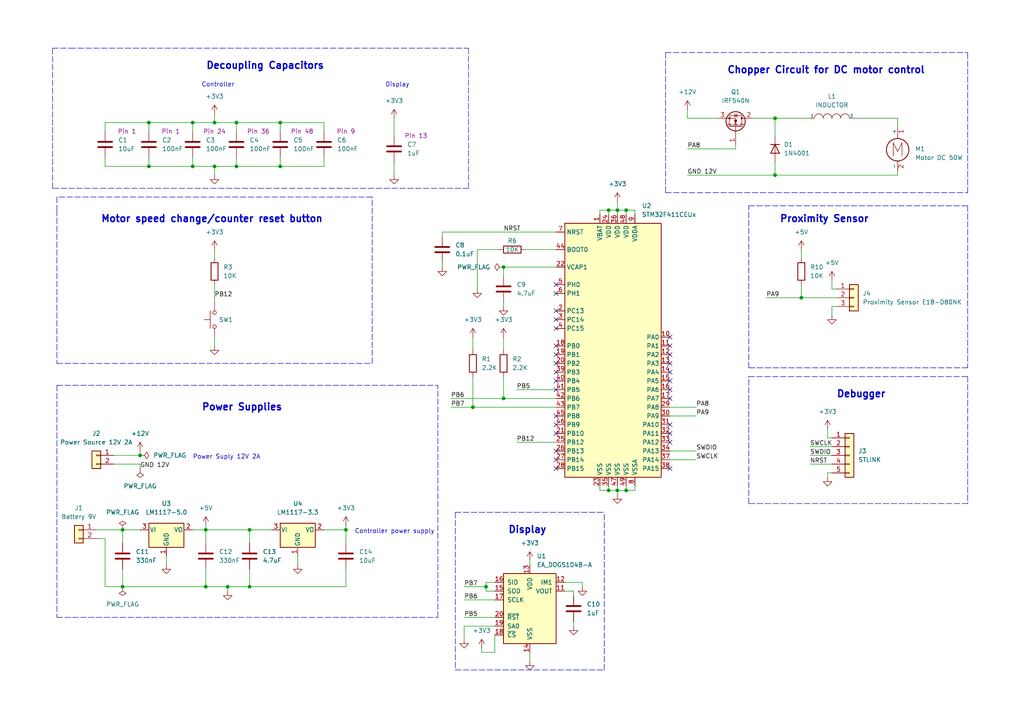
<source format=kicad_sch>
(kicad_sch (version 20211123) (generator eeschema)
  (paper "A4")
  (title_block (title "Ball Launcher for Pets") (date "2023-01-22") (comment 1 "Lucas Resende Carneiro - 11811ECP009") (comment 2 "Gabriel Cardoso Mendes de Ataide - 11811ECP008"))
  (lib_symbols
    (symbol "Connector_Generic:Conn_01x02" (pin_names (offset 1.016) hide)
      (property "Reference" "J" (at 0 2.54 0))
      (property "Value" "Conn_01x02" (at 0 -5.08 0))
      (symbol "Conn_01x02_1_1"
        (rectangle (start -1.27 -2.413) (end 0 -2.667) (stroke (width 0.1524)))
        (rectangle (start -1.27 0.127) (end 0 -0.127) (stroke (width 0.1524)))
        (rectangle (start -1.27 1.27) (end 1.27 -3.81) (stroke (width 0.254)) (fill (type background)))
        (pin passive line (at -5.08 0 0) (length 3.81) (name "Pin_1") (number "1"))
        (pin passive line (at -5.08 -2.54 0) (length 3.81) (name "Pin_2") (number "2"))
      )
    )
    (symbol "Connector_Generic:Conn_01x03" (pin_names (offset 1.016) hide)
      (property "Reference" "J" (at 0 5.08 0))
      (property "Value" "Conn_01x03" (at 0 -5.08 0))
      (symbol "Conn_01x03_1_1"
        (rectangle (start -1.27 -2.413) (end 0 -2.667) (stroke (width 0.1524)))
        (rectangle (start -1.27 0.127) (end 0 -0.127) (stroke (width 0.1524)))
        (rectangle (start -1.27 2.667) (end 0 2.413) (stroke (width 0.1524)))
        (rectangle (start -1.27 3.81) (end 1.27 -3.81) (stroke (width 0.254)) (fill (type background)))
        (pin passive line (at -5.08 2.54 0) (length 3.81) (name "Pin_1") (number "1"))
        (pin passive line (at -5.08 0 0) (length 3.81) (name "Pin_2") (number "2"))
        (pin passive line (at -5.08 -2.54 0) (length 3.81) (name "Pin_3") (number "3"))
      )
    )
    (symbol "Connector_Generic:Conn_01x05" (pin_names (offset 1.016) hide)
      (property "Reference" "J" (at 0 7.62 0))
      (property "Value" "Conn_01x05" (at 0 -7.62 0))
      (symbol "Conn_01x05_1_1"
        (rectangle (start -1.27 -4.953) (end 0 -5.207) (stroke (width 0.1524)))
        (rectangle (start -1.27 -2.413) (end 0 -2.667) (stroke (width 0.1524)))
        (rectangle (start -1.27 0.127) (end 0 -0.127) (stroke (width 0.1524)))
        (rectangle (start -1.27 2.667) (end 0 2.413) (stroke (width 0.1524)))
        (rectangle (start -1.27 5.207) (end 0 4.953) (stroke (width 0.1524)))
        (rectangle (start -1.27 6.35) (end 1.27 -6.35) (stroke (width 0.254)) (fill (type background)))
        (pin passive line (at -5.08 5.08 0) (length 3.81) (name "Pin_1") (number "1"))
        (pin passive line (at -5.08 2.54 0) (length 3.81) (name "Pin_2") (number "2"))
        (pin passive line (at -5.08 0 0) (length 3.81) (name "Pin_3") (number "3"))
        (pin passive line (at -5.08 -2.54 0) (length 3.81) (name "Pin_4") (number "4"))
        (pin passive line (at -5.08 -5.08 0) (length 3.81) (name "Pin_5") (number "5"))
      )
    )
    (symbol "Device:C" (pin_numbers hide) (pin_names (offset 0.254))
      (property "Reference" "C" (at 0.635 2.54 0))
      (property "Value" "C" (at 0.635 -2.54 0))
      (symbol "C_0_1"
        (polyline (pts (xy -2.032 -0.762) (xy 2.032 -0.762)) (stroke (width 0.508)))
        (polyline (pts (xy -2.032 0.762) (xy 2.032 0.762)) (stroke (width 0.508)))
      )
      (symbol "C_1_1"
        (pin passive line (at 0 3.81 270) (length 2.794) (name "~") (number "1"))
        (pin passive line (at 0 -3.81 90) (length 2.794) (name "~") (number "2"))
      )
    )
    (symbol "Device:R" (pin_numbers hide) (pin_names (offset 0))
      (property "Reference" "R" (at 2.032 0 90))
      (property "Value" "R" (at 0 0 90))
      (symbol "R_0_1"
        (rectangle (start -1.016 -2.54) (end 1.016 2.54) (stroke (width 0.254)))
      )
      (symbol "R_1_1"
        (pin passive line (at 0 3.81 270) (length 1.27) (name "~") (number "1"))
        (pin passive line (at 0 -3.81 90) (length 1.27) (name "~") (number "2"))
      )
    )
    (symbol "Diode:1N4001" (pin_numbers hide) (pin_names hide)
      (property "Reference" "D" (at 0 2.54 0))
      (property "Value" "1N4001" (at 0 -2.54 0))
      (symbol "1N4001_0_1"
        (polyline (pts (xy -1.27 1.27) (xy -1.27 -1.27)) (stroke (width 0.254)))
        (polyline (pts (xy 1.27 0) (xy -1.27 0)))
        (polyline (pts (xy 1.27 1.27) (xy 1.27 -1.27) (xy -1.27 0) (xy 1.27 1.27)) (stroke (width 0.254)))
      )
      (symbol "1N4001_1_1"
        (pin passive line (at -3.81 0 0) (length 2.54) (name "K") (number "1"))
        (pin passive line (at 3.81 0 180) (length 2.54) (name "A") (number "2"))
      )
    )
    (symbol "Display_Graphic:EA_DOGS104B-A" (pin_names (offset 1.016))
      (property "Reference" "U" (at -5.842 11.684 0))
      (property "Value" "EA_DOGS104B-A" (at 1.524 11.684 0))
      (symbol "EA_DOGS104B-A_0_1"
        (rectangle (start -7.62 10.16) (end 7.62 -10.16) (stroke (width 0.254)) (fill (type background)))
      )
      (symbol "EA_DOGS104B-A_1_1"
        (pin no_connect line (at 7.62 0 180) (length 2.54) hide (name "NC") (number "1"))
        (pin no_connect line (at 7.62 -7.62 180) (length 2.54) hide (name "NC") (number "10"))
        (pin output line (at 10.16 5.08 180) (length 2.54) (name "VOUT") (number "11"))
        (pin input line (at 10.16 7.62 180) (length 2.54) (name "IM1") (number "12"))
        (pin power_in line (at 0 12.7 270) (length 2.54) (name "VDD") (number "13"))
        (pin power_in line (at 0 -12.7 90) (length 2.54) (name "VSS") (number "14"))
        (pin output line (at -10.16 5.08 0) (length 2.54) (name "SOD") (number "15"))
        (pin input line (at -10.16 7.62 0) (length 2.54) (name "SID") (number "16"))
        (pin input line (at -10.16 2.54 0) (length 2.54) (name "SCLK") (number "17"))
        (pin input line (at -10.16 -7.62 0) (length 2.54) (name "~{CS}") (number "18"))
        (pin input line (at -10.16 -5.08 0) (length 2.54) (name "SA0") (number "19"))
        (pin no_connect line (at 7.62 -2.54 180) (length 2.54) hide (name "NC") (number "2"))
        (pin input line (at -10.16 -2.54 0) (length 2.54) (name "~{RST}") (number "20"))
        (pin no_connect line (at 7.62 -5.08 180) (length 2.54) hide (name "NC") (number "9"))
      )
    )
    (symbol "MCU_ST_STM32F4:STM32F411CEUx"
      (property "Reference" "U" (at -15.24 36.83 0))
      (property "Value" "STM32F411CEUx" (at 7.62 36.83 0))
      (symbol "STM32F411CEUx_0_1"
        (rectangle (start -15.24 -38.1) (end 12.7 35.56) (stroke (width 0.254)) (fill (type background)))
      )
      (symbol "STM32F411CEUx_1_1"
        (pin power_in line (at -5.08 38.1 270) (length 2.54) (name "VBAT") (number "1"))
        (pin bidirectional line (at 15.24 2.54 180) (length 2.54) (name "PA0") (number "10"))
        (pin bidirectional line (at 15.24 0 180) (length 2.54) (name "PA1") (number "11"))
        (pin bidirectional line (at 15.24 -2.54 180) (length 2.54) (name "PA2") (number "12"))
        (pin bidirectional line (at 15.24 -5.08 180) (length 2.54) (name "PA3") (number "13"))
        (pin bidirectional line (at 15.24 -7.62 180) (length 2.54) (name "PA4") (number "14"))
        (pin bidirectional line (at 15.24 -10.16 180) (length 2.54) (name "PA5") (number "15"))
        (pin bidirectional line (at 15.24 -12.7 180) (length 2.54) (name "PA6") (number "16"))
        (pin bidirectional line (at 15.24 -15.24 180) (length 2.54) (name "PA7") (number "17"))
        (pin bidirectional line (at -17.78 0 0) (length 2.54) (name "PB0") (number "18"))
        (pin bidirectional line (at -17.78 -2.54 0) (length 2.54) (name "PB1") (number "19"))
        (pin bidirectional line (at -17.78 10.16 0) (length 2.54) (name "PC13") (number "2"))
        (pin bidirectional line (at -17.78 -5.08 0) (length 2.54) (name "PB2") (number "20"))
        (pin bidirectional line (at -17.78 -25.4 0) (length 2.54) (name "PB10") (number "21"))
        (pin power_in line (at -17.78 22.86 0) (length 2.54) (name "VCAP1") (number "22"))
        (pin power_in line (at -5.08 -40.64 90) (length 2.54) (name "VSS") (number "23"))
        (pin power_in line (at -2.54 38.1 270) (length 2.54) (name "VDD") (number "24"))
        (pin bidirectional line (at -17.78 -27.94 0) (length 2.54) (name "PB12") (number "25"))
        (pin bidirectional line (at -17.78 -30.48 0) (length 2.54) (name "PB13") (number "26"))
        (pin bidirectional line (at -17.78 -33.02 0) (length 2.54) (name "PB14") (number "27"))
        (pin bidirectional line (at -17.78 -35.56 0) (length 2.54) (name "PB15") (number "28"))
        (pin bidirectional line (at 15.24 -17.78 180) (length 2.54) (name "PA8") (number "29"))
        (pin bidirectional line (at -17.78 7.62 0) (length 2.54) (name "PC14") (number "3"))
        (pin bidirectional line (at 15.24 -20.32 180) (length 2.54) (name "PA9") (number "30"))
        (pin bidirectional line (at 15.24 -22.86 180) (length 2.54) (name "PA10") (number "31"))
        (pin bidirectional line (at 15.24 -25.4 180) (length 2.54) (name "PA11") (number "32"))
        (pin bidirectional line (at 15.24 -27.94 180) (length 2.54) (name "PA12") (number "33"))
        (pin bidirectional line (at 15.24 -30.48 180) (length 2.54) (name "PA13") (number "34"))
        (pin power_in line (at -2.54 -40.64 90) (length 2.54) (name "VSS") (number "35"))
        (pin power_in line (at 0 38.1 270) (length 2.54) (name "VDD") (number "36"))
        (pin bidirectional line (at 15.24 -33.02 180) (length 2.54) (name "PA14") (number "37"))
        (pin bidirectional line (at 15.24 -35.56 180) (length 2.54) (name "PA15") (number "38"))
        (pin bidirectional line (at -17.78 -7.62 0) (length 2.54) (name "PB3") (number "39"))
        (pin bidirectional line (at -17.78 5.08 0) (length 2.54) (name "PC15") (number "4"))
        (pin bidirectional line (at -17.78 -10.16 0) (length 2.54) (name "PB4") (number "40"))
        (pin bidirectional line (at -17.78 -12.7 0) (length 2.54) (name "PB5") (number "41"))
        (pin bidirectional line (at -17.78 -15.24 0) (length 2.54) (name "PB6") (number "42"))
        (pin bidirectional line (at -17.78 -17.78 0) (length 2.54) (name "PB7") (number "43"))
        (pin input line (at -17.78 27.94 0) (length 2.54) (name "BOOT0") (number "44"))
        (pin bidirectional line (at -17.78 -20.32 0) (length 2.54) (name "PB8") (number "45"))
        (pin bidirectional line (at -17.78 -22.86 0) (length 2.54) (name "PB9") (number "46"))
        (pin power_in line (at 0 -40.64 90) (length 2.54) (name "VSS") (number "47"))
        (pin power_in line (at 2.54 38.1 270) (length 2.54) (name "VDD") (number "48"))
        (pin power_in line (at 2.54 -40.64 90) (length 2.54) (name "VSS") (number "49"))
        (pin input line (at -17.78 17.78 0) (length 2.54) (name "PH0") (number "5"))
        (pin input line (at -17.78 15.24 0) (length 2.54) (name "PH1") (number "6"))
        (pin input line (at -17.78 33.02 0) (length 2.54) (name "NRST") (number "7"))
        (pin power_in line (at 5.08 -40.64 90) (length 2.54) (name "VSSA") (number "8"))
        (pin power_in line (at 5.08 38.1 270) (length 2.54) (name "VDDA") (number "9"))
      )
    )
    (symbol "Motor:Motor_DC" (pin_names (offset 0))
      (property "Reference" "M" (at 2.54 2.54 0))
      (property "Value" "Motor_DC" (at 2.54 -5.08 0))
      (symbol "Motor_DC_0_0"
        (polyline (pts (xy -1.27 -3.302) (xy -1.27 0.508) (xy 0 -2.032) (xy 1.27 0.508) (xy 1.27 -3.302)))
      )
      (symbol "Motor_DC_0_1"
        (circle (center 0 -1.524) (radius 3.2512) (stroke (width 0.254)))
        (polyline (pts (xy 0 -7.62) (xy 0 -7.112)))
        (polyline (pts (xy 0 -4.7752) (xy 0 -5.1816)))
        (polyline (pts (xy 0 1.7272) (xy 0 2.0828)))
        (polyline (pts (xy 0 2.032) (xy 0 2.54)))
      )
      (symbol "Motor_DC_1_1"
        (pin passive line (at 0 5.08 270) (length 2.54) (name "+") (number "1"))
        (pin passive line (at 0 -7.62 90) (length 2.54) (name "-") (number "2"))
      )
    )
    (symbol "Regulator_Linear:LM1117-3.3" (pin_names (offset 0.254))
      (property "Reference" "U" (at -3.81 3.175 0))
      (property "Value" "LM1117-3.3" (at 0 3.175 0))
      (symbol "LM1117-3.3_0_1"
        (rectangle (start -5.08 -5.08) (end 5.08 1.905) (stroke (width 0.254)) (fill (type background)))
      )
      (symbol "LM1117-3.3_1_1"
        (pin power_in line (at 0 -7.62 90) (length 2.54) (name "GND") (number "1"))
        (pin power_out line (at 7.62 0 180) (length 2.54) (name "VO") (number "2"))
        (pin power_in line (at -7.62 0 0) (length 2.54) (name "VI") (number "3"))
      )
    )
    (symbol "Regulator_Linear:LM1117-5.0" (pin_names (offset 0.254))
      (property "Reference" "U" (at -3.81 3.175 0))
      (property "Value" "LM1117-5.0" (at 0 3.175 0))
      (symbol "LM1117-5.0_0_1"
        (rectangle (start -5.08 -5.08) (end 5.08 1.905) (stroke (width 0.254)) (fill (type background)))
      )
      (symbol "LM1117-5.0_1_1"
        (pin power_in line (at 0 -7.62 90) (length 2.54) (name "GND") (number "1"))
        (pin power_out line (at 7.62 0 180) (length 2.54) (name "VO") (number "2"))
        (pin power_in line (at -7.62 0 0) (length 2.54) (name "VI") (number "3"))
      )
    )
    (symbol "Switch:SW_Push" (pin_numbers hide) (pin_names (offset 1.016) hide)
      (property "Reference" "SW" (at 1.27 2.54 0))
      (property "Value" "SW_Push" (at 0 -1.524 0))
      (symbol "SW_Push_0_1"
        (circle (center -2.032 0) (radius 0.508))
        (polyline (pts (xy 0 1.27) (xy 0 3.048)))
        (polyline (pts (xy 2.54 1.27) (xy -2.54 1.27)))
        (circle (center 2.032 0) (radius 0.508))
        (pin passive line (at -5.08 0 0) (length 2.54) (name "1") (number "1"))
        (pin passive line (at 5.08 0 180) (length 2.54) (name "2") (number "2"))
      )
    )
    (symbol "Transistor_FET:IRF540N" (pin_names hide)
      (property "Reference" "Q" (at 6.35 1.905 0))
      (property "Value" "IRF540N" (at 6.35 0 0))
      (symbol "IRF540N_0_1"
        (polyline (pts (xy 0.254 0) (xy -2.54 0)))
        (polyline (pts (xy 0.254 1.905) (xy 0.254 -1.905)) (stroke (width 0.254)))
        (polyline (pts (xy 0.762 -1.27) (xy 0.762 -2.286)) (stroke (width 0.254)))
        (polyline (pts (xy 0.762 0.508) (xy 0.762 -0.508)) (stroke (width 0.254)))
        (polyline (pts (xy 0.762 2.286) (xy 0.762 1.27)) (stroke (width 0.254)))
        (polyline (pts (xy 2.54 2.54) (xy 2.54 1.778)))
        (polyline (pts (xy 2.54 -2.54) (xy 2.54 0) (xy 0.762 0)))
        (polyline (pts (xy 0.762 -1.778) (xy 3.302 -1.778) (xy 3.302 1.778) (xy 0.762 1.778)))
        (polyline (pts (xy 1.016 0) (xy 2.032 0.381) (xy 2.032 -0.381) (xy 1.016 0)) (fill (type outline)))
        (polyline (pts (xy 2.794 0.508) (xy 2.921 0.381) (xy 3.683 0.381) (xy 3.81 0.254)))
        (polyline (pts (xy 3.302 0.381) (xy 2.921 -0.254) (xy 3.683 -0.254) (xy 3.302 0.381)))
        (circle (center 1.651 0) (radius 2.794) (stroke (width 0.254)))
        (circle (center 2.54 -1.778) (radius 0.254) (fill (type outline)))
        (circle (center 2.54 1.778) (radius 0.254) (fill (type outline)))
      )
      (symbol "IRF540N_1_1"
        (pin input line (at -5.08 0 0) (length 2.54) (name "G") (number "1"))
        (pin passive line (at 2.54 5.08 270) (length 2.54) (name "D") (number "2"))
        (pin passive line (at 2.54 -5.08 90) (length 2.54) (name "S") (number "3"))
      )
    )
    (symbol "power:+12V" (power) (pin_names (offset 0))
      (property "Value" "+12V" (at 0 3.556 0))
      (symbol "+12V_0_1"
        (polyline (pts (xy -0.762 1.27) (xy 0 2.54)))
        (polyline (pts (xy 0 0) (xy 0 2.54)))
        (polyline (pts (xy 0 2.54) (xy 0.762 1.27)))
      )
      (symbol "+12V_1_1"
        (pin power_in line (at 0 0 90) (length 0) hide (name "+12V") (number "1"))
      )
    )
    (symbol "power:+3V3" (power) (pin_names (offset 0))
      (property "Value" "+3V3" (at 0 3.556 0))
      (symbol "+3V3_0_1"
        (polyline (pts (xy -0.762 1.27) (xy 0 2.54)))
        (polyline (pts (xy 0 0) (xy 0 2.54)))
        (polyline (pts (xy 0 2.54) (xy 0.762 1.27)))
      )
      (symbol "+3V3_1_1"
        (pin power_in line (at 0 0 90) (length 0) hide (name "+3V3") (number "1"))
      )
    )
    (symbol "power:+5V" (power) (pin_names (offset 0))
      (property "Value" "+5V" (at 0 3.556 0))
      (symbol "+5V_0_1"
        (polyline (pts (xy -0.762 1.27) (xy 0 2.54)))
        (polyline (pts (xy 0 0) (xy 0 2.54)))
        (polyline (pts (xy 0 2.54) (xy 0.762 1.27)))
      )
      (symbol "+5V_1_1"
        (pin power_in line (at 0 0 90) (length 0) hide (name "+5V") (number "1"))
      )
    )
    (symbol "power:GND" (power) (pin_names (offset 0))
      (property "Value" "GND" (at 0 -3.81 0))
      (symbol "GND_0_1"
        (polyline (pts (xy 0 0) (xy 0 -1.27) (xy 1.27 -1.27) (xy 0 -2.54) (xy -1.27 -1.27) (xy 0 -1.27)))
      )
      (symbol "GND_1_1"
        (pin power_in line (at 0 0 270) (length 0) hide (name "GND") (number "1"))
      )
    )
    (symbol "power:PWR_FLAG" (power) (pin_numbers hide) (pin_names (offset 0) hide)
      (property "Value" "PWR_FLAG" (at 0 3.81 0))
      (symbol "PWR_FLAG_0_0"
        (pin power_out line (at 0 0 90) (length 0) (name "pwr") (number "1"))
      )
      (symbol "PWR_FLAG_0_1"
        (polyline (pts (xy 0 0) (xy 0 1.27) (xy -1.016 1.905) (xy 0 2.54) (xy 1.016 1.905) (xy 0 1.27)))
      )
    )
    (symbol "pspice:INDUCTOR" (pin_numbers hide) (pin_names (offset 0))
      (property "Reference" "L" (at 0 2.54 0))
      (property "Value" "INDUCTOR" (at 0 -1.27 0))
      (symbol "INDUCTOR_0_1"
        (arc (start -2.54 0) (mid -3.81 1.27) (end -5.08 0))
        (arc (start 0 0) (mid -1.27 1.27) (end -2.54 0))
        (arc (start 2.54 0) (mid 1.27 1.27) (end 0 0))
        (arc (start 5.08 0) (mid 3.81 1.27) (end 2.54 0))
      )
      (symbol "INDUCTOR_1_1"
        (pin input line (at -6.35 0 0) (length 1.27) (name "1") (number "1"))
        (pin input line (at 6.35 0 180) (length 1.27) (name "2") (number "2"))
      )
    )
  )
  (junction (at 224.79 34.29))
  (junction (at 179.07 142.24))
  (junction (at 72.39 153.67))
  (junction (at 59.69 170.18))
  (junction (at 81.28 48.26))
  (junction (at 181.61 142.24))
  (junction (at 137.16 118.11))
  (junction (at 68.58 35.56))
  (junction (at 100.33 153.67))
  (junction (at 224.79 50.8))
  (junction (at 55.88 48.26))
  (junction (at 181.61 60.96))
  (junction (at 40.64 132.08))
  (junction (at 81.28 35.56))
  (junction (at 68.58 48.26))
  (junction (at 35.56 153.67))
  (junction (at 146.05 115.57))
  (junction (at 62.23 35.56))
  (junction (at 176.53 60.96))
  (junction (at 43.18 48.26))
  (junction (at 35.56 170.18))
  (junction (at 140.97 170.18))
  (junction (at 62.23 48.26))
  (junction (at 59.69 153.67))
  (junction (at 55.88 35.56))
  (junction (at 66.04 170.18))
  (junction (at 43.18 35.56))
  (junction (at 176.53 142.24))
  (junction (at 72.39 170.18))
  (junction (at 232.41 86.36))
  (junction (at 179.07 60.96))
  (junction (at 146.05 77.47))
  (no_connect (at 161.29 130.81))
  (no_connect (at 194.31 135.89))
  (no_connect (at 161.29 100.33))
  (no_connect (at 161.29 85.09))
  (no_connect (at 194.31 97.79))
  (no_connect (at 161.29 123.19))
  (no_connect (at 161.29 113.03))
  (no_connect (at 161.29 92.71))
  (no_connect (at 161.29 102.87))
  (no_connect (at 194.31 110.49))
  (no_connect (at 194.31 102.87))
  (no_connect (at 161.29 90.17))
  (no_connect (at 161.29 133.35))
  (no_connect (at 194.31 113.03))
  (no_connect (at 161.29 95.25))
  (no_connect (at 194.31 107.95))
  (no_connect (at 161.29 105.41))
  (no_connect (at 194.31 123.19))
  (no_connect (at 161.29 107.95))
  (no_connect (at 161.29 135.89))
  (no_connect (at 194.31 125.73))
  (no_connect (at 161.29 82.55))
  (no_connect (at 194.31 105.41))
  (no_connect (at 194.31 100.33))
  (no_connect (at 161.29 120.65))
  (no_connect (at 194.31 128.27))
  (no_connect (at 161.29 110.49))
  (no_connect (at 194.31 115.57))
  (no_connect (at 161.29 125.73))
  (polyline (pts (xy 135.89 13.97) (xy 135.89 54.61)))
  (wire (pts (xy 66.04 170.18) (xy 72.39 170.18)))
  (wire (pts (xy 30.48 35.56) (xy 43.18 35.56)))
  (wire (pts (xy 43.18 35.56) (xy 43.18 38.1)))
  (wire (pts (xy 194.31 120.65) (xy 201.93 120.65)))
  (wire (pts (xy 194.31 130.81) (xy 201.93 130.81)))
  (wire (pts (xy 179.07 140.97) (xy 179.07 142.24)))
  (wire (pts (xy 30.48 156.21) (xy 30.48 170.18)))
  (wire (pts (xy 146.05 77.47) (xy 161.29 77.47)))
  (wire (pts (xy 43.18 45.72) (xy 43.18 48.26)))
  (wire (pts (xy 199.39 43.18) (xy 213.36 43.18)))
  (wire (pts (xy 140.97 171.45) (xy 143.51 171.45)))
  (wire (pts (xy 81.28 35.56) (xy 68.58 35.56)))
  (wire (pts (xy 173.99 140.97) (xy 173.99 142.24)))
  (wire (pts (xy 68.58 48.26) (xy 62.23 48.26)))
  (wire (pts (xy 184.15 140.97) (xy 184.15 142.24)))
  (wire (pts (xy 30.48 170.18) (xy 35.56 170.18)))
  (wire (pts (xy 166.37 171.45) (xy 166.37 172.72)))
  (wire (pts (xy 86.36 161.29) (xy 86.36 163.83)))
  (wire (pts (xy 176.53 60.96) (xy 176.53 62.23)))
  (wire (pts (xy 143.51 189.23) (xy 139.7 189.23)))
  (wire (pts (xy 130.81 118.11) (xy 137.16 118.11)))
  (wire (pts (xy 62.23 35.56) (xy 68.58 35.56)))
  (polyline (pts (xy 280.67 55.88) (xy 280.67 15.24)))
  (polyline (pts (xy 175.26 194.31) (xy 175.26 148.59)))
  (polyline (pts (xy 15.24 13.97) (xy 20.32 13.97)))
  (wire (pts (xy 260.35 49.53) (xy 260.35 50.8)))
  (wire (pts (xy 27.94 156.21) (xy 30.48 156.21)))
  (wire (pts (xy 224.79 34.29) (xy 234.95 34.29)))
  (wire (pts (xy 35.56 153.67) (xy 40.64 153.67)))
  (wire (pts (xy 139.7 189.23) (xy 139.7 187.96)))
  (wire (pts (xy 62.23 35.56) (xy 62.23 33.02)))
  (wire (pts (xy 62.23 72.39) (xy 62.23 74.93)))
  (wire (pts (xy 134.62 179.07) (xy 143.51 179.07)))
  (wire (pts (xy 81.28 35.56) (xy 81.28 38.1)))
  (polyline (pts (xy 16.51 111.76) (xy 16.51 179.07)))
  (wire (pts (xy 72.39 165.1) (xy 72.39 170.18)))
  (wire (pts (xy 242.57 83.82) (xy 241.3 83.82)))
  (polyline (pts (xy 16.51 179.07) (xy 127 179.07)))
  (polyline (pts (xy 193.04 15.24) (xy 193.04 55.88)))
  (wire (pts (xy 137.16 118.11) (xy 161.29 118.11)))
  (wire (pts (xy 55.88 35.56) (xy 62.23 35.56)))
  (wire (pts (xy 260.35 34.29) (xy 260.35 36.83)))
  (wire (pts (xy 62.23 48.26) (xy 62.23 50.8)))
  (wire (pts (xy 134.62 173.99) (xy 143.51 173.99)))
  (wire (pts (xy 128.27 67.31) (xy 161.29 67.31)))
  (wire (pts (xy 152.4 72.39) (xy 161.29 72.39)))
  (wire (pts (xy 240.03 137.16) (xy 240.03 138.43)))
  (wire (pts (xy 35.56 165.1) (xy 35.56 170.18)))
  (wire (pts (xy 234.95 132.08) (xy 241.3 132.08)))
  (wire (pts (xy 168.91 170.18) (xy 168.91 168.91)))
  (wire (pts (xy 181.61 142.24) (xy 179.07 142.24)))
  (polyline (pts (xy 193.04 55.88) (xy 280.67 55.88)))
  (wire (pts (xy 55.88 35.56) (xy 55.88 38.1)))
  (wire (pts (xy 224.79 46.99) (xy 224.79 50.8)))
  (wire (pts (xy 176.53 60.96) (xy 179.07 60.96)))
  (wire (pts (xy 143.51 184.15) (xy 143.51 189.23)))
  (wire (pts (xy 199.39 50.8) (xy 224.79 50.8)))
  (wire (pts (xy 146.05 109.22) (xy 146.05 115.57)))
  (wire (pts (xy 62.23 97.79) (xy 62.23 100.33)))
  (polyline (pts (xy 135.89 54.61) (xy 15.24 54.61)))
  (wire (pts (xy 224.79 34.29) (xy 224.79 39.37)))
  (wire (pts (xy 143.51 168.91) (xy 140.97 168.91)))
  (wire (pts (xy 247.65 34.29) (xy 260.35 34.29)))
  (polyline (pts (xy 127 179.07) (xy 127 111.76)))
  (wire (pts (xy 43.18 48.26) (xy 55.88 48.26)))
  (polyline (pts (xy 280.67 106.68) (xy 217.17 106.68)))
  (wire (pts (xy 241.3 137.16) (xy 240.03 137.16)))
  (wire (pts (xy 149.86 128.27) (xy 161.29 128.27)))
  (wire (pts (xy 173.99 62.23) (xy 173.99 60.96)))
  (wire (pts (xy 199.39 34.29) (xy 208.28 34.29)))
  (polyline (pts (xy 15.24 54.61) (xy 15.24 13.97)))
  (wire (pts (xy 128.27 68.58) (xy 128.27 67.31)))
  (wire (pts (xy 30.48 38.1) (xy 30.48 35.56)))
  (wire (pts (xy 59.69 170.18) (xy 66.04 170.18)))
  (wire (pts (xy 55.88 45.72) (xy 55.88 48.26)))
  (wire (pts (xy 134.62 181.61) (xy 134.62 185.42)))
  (wire (pts (xy 234.95 134.62) (xy 241.3 134.62)))
  (wire (pts (xy 163.83 168.91) (xy 168.91 168.91)))
  (wire (pts (xy 140.97 168.91) (xy 140.97 170.18)))
  (wire (pts (xy 59.69 153.67) (xy 59.69 157.48)))
  (wire (pts (xy 66.04 170.18) (xy 66.04 171.45)))
  (wire (pts (xy 232.41 82.55) (xy 232.41 86.36)))
  (polyline (pts (xy 217.17 59.69) (xy 280.67 59.69)))
  (wire (pts (xy 232.41 86.36) (xy 242.57 86.36)))
  (wire (pts (xy 241.3 127) (xy 240.03 127)))
  (wire (pts (xy 72.39 153.67) (xy 72.39 157.48)))
  (wire (pts (xy 184.15 62.23) (xy 184.15 60.96)))
  (wire (pts (xy 35.56 153.67) (xy 35.56 157.48)))
  (wire (pts (xy 241.3 88.9) (xy 241.3 91.44)))
  (wire (pts (xy 40.64 132.08) (xy 40.64 130.81)))
  (polyline (pts (xy 132.08 148.59) (xy 175.26 148.59)))
  (wire (pts (xy 163.83 171.45) (xy 166.37 171.45)))
  (wire (pts (xy 55.88 153.67) (xy 59.69 153.67)))
  (wire (pts (xy 179.07 142.24) (xy 179.07 143.51)))
  (wire (pts (xy 222.25 86.36) (xy 232.41 86.36)))
  (polyline (pts (xy 193.04 15.24) (xy 280.67 15.24)))
  (wire (pts (xy 146.05 80.01) (xy 146.05 77.47)))
  (wire (pts (xy 181.61 60.96) (xy 181.61 62.23)))
  (wire (pts (xy 173.99 60.96) (xy 176.53 60.96)))
  (wire (pts (xy 81.28 45.72) (xy 81.28 48.26)))
  (polyline (pts (xy 280.67 59.69) (xy 280.67 106.68)))
  (wire (pts (xy 166.37 180.34) (xy 166.37 181.61)))
  (wire (pts (xy 138.43 72.39) (xy 138.43 83.82)))
  (wire (pts (xy 30.48 48.26) (xy 43.18 48.26)))
  (wire (pts (xy 153.67 162.56) (xy 153.67 163.83)))
  (polyline (pts (xy 16.51 60.96) (xy 16.51 105.41)))
  (wire (pts (xy 134.62 170.18) (xy 140.97 170.18)))
  (wire (pts (xy 140.97 170.18) (xy 140.97 171.45)))
  (wire (pts (xy 100.33 170.18) (xy 100.33 165.1)))
  (wire (pts (xy 173.99 142.24) (xy 176.53 142.24)))
  (wire (pts (xy 100.33 153.67) (xy 100.33 157.48)))
  (wire (pts (xy 59.69 152.4) (xy 59.69 153.67)))
  (wire (pts (xy 114.3 34.29) (xy 114.3 39.37)))
  (polyline (pts (xy 217.17 146.05) (xy 217.17 109.22)))
  (wire (pts (xy 114.3 46.99) (xy 114.3 50.8)))
  (polyline (pts (xy 132.08 148.59) (xy 132.08 194.31)))
  (polyline (pts (xy 107.95 105.41) (xy 107.95 57.15)))
  (wire (pts (xy 240.03 127) (xy 240.03 124.46)))
  (wire (pts (xy 232.41 72.39) (xy 232.41 74.93)))
  (wire (pts (xy 181.61 140.97) (xy 181.61 142.24)))
  (wire (pts (xy 242.57 88.9) (xy 241.3 88.9)))
  (wire (pts (xy 137.16 97.79) (xy 137.16 101.6)))
  (wire (pts (xy 35.56 170.18) (xy 59.69 170.18)))
  (wire (pts (xy 153.67 189.23) (xy 153.67 191.77)))
  (wire (pts (xy 62.23 82.55) (xy 62.23 87.63)))
  (wire (pts (xy 93.98 38.1) (xy 93.98 35.56)))
  (wire (pts (xy 30.48 45.72) (xy 30.48 48.26)))
  (wire (pts (xy 72.39 153.67) (xy 59.69 153.67)))
  (wire (pts (xy 176.53 142.24) (xy 179.07 142.24)))
  (wire (pts (xy 241.3 83.82) (xy 241.3 81.28)))
  (wire (pts (xy 199.39 31.75) (xy 199.39 34.29)))
  (wire (pts (xy 78.74 153.67) (xy 72.39 153.67)))
  (wire (pts (xy 179.07 58.42) (xy 179.07 60.96)))
  (polyline (pts (xy 217.17 109.22) (xy 280.67 109.22)))
  (wire (pts (xy 234.95 129.54) (xy 241.3 129.54)))
  (wire (pts (xy 128.27 76.2) (xy 128.27 77.47)))
  (polyline (pts (xy 20.32 13.97) (xy 135.89 13.97)))
  (wire (pts (xy 33.02 134.62) (xy 40.64 134.62)))
  (wire (pts (xy 72.39 170.18) (xy 100.33 170.18)))
  (wire (pts (xy 93.98 45.72) (xy 93.98 48.26)))
  (wire (pts (xy 27.94 153.67) (xy 35.56 153.67)))
  (wire (pts (xy 68.58 38.1) (xy 68.58 35.56)))
  (wire (pts (xy 179.07 60.96) (xy 181.61 60.96)))
  (wire (pts (xy 260.35 50.8) (xy 224.79 50.8)))
  (wire (pts (xy 194.31 118.11) (xy 201.93 118.11)))
  (wire (pts (xy 179.07 60.96) (xy 179.07 62.23)))
  (wire (pts (xy 33.02 132.08) (xy 40.64 132.08)))
  (wire (pts (xy 149.86 113.03) (xy 161.29 113.03)))
  (wire (pts (xy 100.33 152.4) (xy 100.33 153.67)))
  (wire (pts (xy 194.31 133.35) (xy 201.93 133.35)))
  (wire (pts (xy 146.05 115.57) (xy 161.29 115.57)))
  (wire (pts (xy 93.98 35.56) (xy 81.28 35.56)))
  (wire (pts (xy 184.15 142.24) (xy 181.61 142.24)))
  (wire (pts (xy 43.18 35.56) (xy 55.88 35.56)))
  (polyline (pts (xy 280.67 109.22) (xy 280.67 146.05)))
  (wire (pts (xy 176.53 140.97) (xy 176.53 142.24)))
  (wire (pts (xy 40.64 134.62) (xy 40.64 135.89)))
  (wire (pts (xy 181.61 60.96) (xy 184.15 60.96)))
  (wire (pts (xy 93.98 48.26) (xy 81.28 48.26)))
  (wire (pts (xy 218.44 34.29) (xy 224.79 34.29)))
  (wire (pts (xy 137.16 109.22) (xy 137.16 118.11)))
  (wire (pts (xy 213.36 41.91) (xy 213.36 43.18)))
  (wire (pts (xy 81.28 48.26) (xy 68.58 48.26)))
  (wire (pts (xy 143.51 181.61) (xy 134.62 181.61)))
  (wire (pts (xy 59.69 165.1) (xy 59.69 170.18)))
  (polyline (pts (xy 217.17 106.68) (xy 217.17 59.69)))
  (wire (pts (xy 93.98 153.67) (xy 100.33 153.67)))
  (wire (pts (xy 144.78 72.39) (xy 138.43 72.39)))
  (wire (pts (xy 48.26 161.29) (xy 48.26 163.83)))
  (wire (pts (xy 68.58 45.72) (xy 68.58 48.26)))
  (wire (pts (xy 55.88 48.26) (xy 62.23 48.26)))
  (wire (pts (xy 146.05 97.79) (xy 146.05 101.6)))
  (wire (pts (xy 146.05 87.63) (xy 146.05 88.9)))
  (polyline (pts (xy 132.08 194.31) (xy 175.26 194.31)))
  (polyline (pts (xy 16.51 111.76) (xy 127 111.76)))
  (polyline (pts (xy 107.95 57.15) (xy 16.51 57.15)))
  (wire (pts (xy 130.81 115.57) (xy 146.05 115.57)))
  (polyline (pts (xy 16.51 57.15) (xy 16.51 60.96)))
  (polyline (pts (xy 16.51 105.41) (xy 107.95 105.41)))
  (polyline (pts (xy 280.67 146.05) (xy 217.17 146.05)))
  (text "Chopper Circuit for DC motor control" (at 210.82 21.59 0) (effects (font (size 2 2) (thickness 0.4) bold) (justify left bottom)))
  (text "Power Supplies" (at 58.42 119.38 0) (effects (font (size 2 2) (thickness 0.4) bold) (justify left bottom)))
  (text "Motor speed change/counter reset button" (at 29.21 64.77 0) (effects (font (size 2 2) (thickness 0.4) bold) (justify left bottom)))
  (text "Controller power supply" (at 102.87 154.94 0) (effects (font (size 1.27 1.27)) (justify left bottom)))
  (text "Display" (at 147.32 154.94 0) (effects (font (size 2 2) (thickness 0.4) bold) (justify left bottom)))
  (text "Decoupling Capacitors" (at 59.69 20.32 0) (effects (font (size 2 2) (thickness 0.4) bold) (justify left bottom)))
  (text "Controller" (at 58.42 25.4 0) (effects (font (size 1.27 1.27)) (justify left bottom)))
  (text "Proximity Sensor" (at 226.06 64.77 0) (effects (font (size 2 2) (thickness 0.4) bold) (justify left bottom)))
  (text "Debugger" (at 242.57 115.57 0) (effects (font (size 2 2) (thickness 0.4) bold) (justify left bottom)))
  (text "Power Suply 12V 2A" (at 55.88 133.35 0) (effects (font (size 1.27 1.27)) (justify left bottom)))
  (text "Display" (at 111.76 25.4 0) (effects (font (size 1.27 1.27)) (justify left bottom)))
  (label "NRST" (at 234.95 134.62 0))
  (label "SWCLK" (at 201.93 133.35 0))
  (label "PB7" (at 134.62 170.18 0))
  (label "PB6" (at 130.81 115.57 0))
  (label "PA9" (at 222.25 86.36 0))
  (label "PB12" (at 149.86 128.27 0))
  (label "SWCLK" (at 234.95 129.54 0))
  (label "SWDIO" (at 201.93 130.81 0))
  (label "PB12" (at 62.23 86.36 0))
  (label "GND 12V" (at 199.39 50.8 0))
  (label "PB5" (at 149.86 113.03 0))
  (label "NRST" (at 146.05 67.31 0))
  (label "SWDIO" (at 234.95 132.08 0))
  (label "PA9" (at 201.93 120.65 0))
  (label "PA8" (at 199.39 43.18 0))
  (label "PA8" (at 201.93 118.11 0))
  (label "PB5" (at 134.62 179.07 0))
  (label "PB7" (at 130.81 118.11 0))
  (label "GND 12V" (at 40.64 135.89 0))
  (label "PB6" (at 134.62 173.99 0))
  (symbol (lib_id "Connector_Generic:Conn_01x02") (at 22.86 153.67 0) (mirror y) (unit 1)
    (property "Reference" "J1" (at 22.86 147.32 0))
    (property "Value" "Battery 9V" (at 22.86 149.86 0))
    (property "Footprint" "Battery:BatteryHolder_Eagle_12BH611-GR" (effects hide))
  )
  (symbol (lib_id "Device:C") (at 30.48 41.91 0) (unit 1)
    (property "Reference" "C1" (at 34.29 40.6399 0) (effects (justify left)))
    (property "Value" "10uF" (at 34.29 43.1799 0) (effects (justify left)))
    (property "Footprint" "Capacitor_SMD:C_1206_3216Metric" (effects hide))
    (property "Decoupling Input" "Pin 1" (at 36.83 38.1 0))
  )
  (symbol (lib_id "Transistor_FET:IRF540N") (at 213.36 36.83 270) (mirror x) (unit 1)
    (property "Reference" "Q1" (at 213.36 26.67 90))
    (property "Value" "IRF540N" (at 213.36 29.21 90))
    (property "Footprint" "Package_TO_SOT_THT:TO-220-3_Vertical" (effects hide))
    (property "Datasheet" "http://www.irf.com/product-info/datasheets/data/irf540n.pdf" (effects hide))
  )
  (symbol (lib_id "power:+12V") (at 199.39 31.75 0) (unit 1)
    (property "Reference" "#PWR022" (effects hide))
    (property "Value" "+12V" (at 199.39 26.67 0))
  )
  (symbol (lib_id "power:GND") (at 128.27 77.47 0) (unit 1)
    (property "Reference" "#PWR011" (effects hide))
    (property "Value" "GND" (effects hide))
  )
  (symbol (lib_id "power:GND") (at 86.36 163.83 0) (unit 1)
    (property "Reference" "#PWR0101" (effects hide))
    (property "Value" "GND" (effects hide))
  )
  (symbol (lib_id "MCU_ST_STM32F4:STM32F411CEUx") (at 179.07 100.33 0) (unit 1)
    (property "Reference" "U2" (at 186.1694 59.69 0) (effects (justify left)))
    (property "Value" "STM32F411CEUx" (at 186.1694 62.23 0) (effects (justify left)))
    (property "Footprint" "Package_DFN_QFN:QFN-48-1EP_7x7mm_P0.5mm_EP5.6x5.6mm" (effects hide))
    (property "Datasheet" "http://www.st.com/st-web-ui/static/active/en/resource/technical/document/datasheet/DM00115249.pdf" (effects hide))
  )
  (symbol (lib_id "Diode:1N4001") (at 224.79 43.18 270) (unit 1)
    (property "Reference" "D1" (at 227.33 41.9099 90) (effects (justify left)))
    (property "Value" "1N4001" (at 227.33 44.4499 90) (effects (justify left)))
    (property "Footprint" "Diode_THT:D_DO-41_SOD81_P10.16mm_Horizontal" (effects hide))
    (property "Datasheet" "http://www.vishay.com/docs/88503/1n4001.pdf" (effects hide))
  )
  (symbol (lib_id "power:PWR_FLAG") (at 40.64 132.08 270) (unit 1)
    (property "Reference" "#FLG01" (effects hide))
    (property "Value" "PWR_FLAG" (at 44.45 132.0799 90) (effects (justify left)))
  )
  (symbol (lib_id "power:GND") (at 166.37 181.61 0) (unit 1)
    (property "Reference" "#PWR020" (effects hide))
    (property "Value" "GND" (effects hide))
  )
  (symbol (lib_id "power:PWR_FLAG") (at 146.05 77.47 90) (unit 1)
    (property "Reference" "#FLG0101" (effects hide))
    (property "Value" "PWR_FLAG" (at 142.24 77.4699 90) (effects (justify left)))
  )
  (symbol (lib_id "power:+3V3") (at 100.33 152.4 0) (unit 1)
    (property "Reference" "#PWR08" (effects hide))
    (property "Value" "+3V3" (at 100.33 147.32 0))
  )
  (symbol (lib_id "power:GND") (at 62.23 50.8 0) (unit 1)
    (property "Reference" "#PWR05" (effects hide))
    (property "Value" "GND" (effects hide))
  )
  (symbol (lib_id "power:GND") (at 146.05 88.9 0) (unit 1)
    (property "Reference" "#PWR013" (effects hide))
    (property "Value" "GND" (effects hide))
  )
  (symbol (lib_id "Switch:SW_Push") (at 62.23 92.71 90) (unit 1)
    (property "Reference" "SW1" (at 63.5 92.7099 90) (effects (justify right)))
    (property "Value" "Button" (effects hide))
    (property "Footprint" "Button_Switch_SMD:SW_SPST_B3S-1000" (effects hide))
  )
  (symbol (lib_id "Device:R") (at 232.41 78.74 0) (unit 1)
    (property "Reference" "R10" (at 234.95 77.4699 0) (effects (justify left)))
    (property "Value" "10K" (at 234.95 80.0099 0) (effects (justify left)))
    (property "Footprint" "Resistor_SMD:R_0805_2012Metric" (effects hide))
  )
  (symbol (lib_id "power:PWR_FLAG") (at 35.56 153.67 0) (unit 1)
    (property "Reference" "#FLG0102" (effects hide))
    (property "Value" "PWR_FLAG" (at 35.56 148.59 0))
  )
  (symbol (lib_id "Connector_Generic:Conn_01x02") (at 27.94 132.08 0) (mirror y) (unit 1)
    (property "Reference" "J2" (at 27.94 125.73 0))
    (property "Value" "Power Source 12V 2A " (at 27.94 128.27 0))
    (property "Footprint" "TerminalBlock_Phoenix:TerminalBlock_Phoenix_MKDS-1,5-2-5.08_1x02_P5.08mm_Horizontal" (effects hide))
  )
  (symbol (lib_id "power:GND") (at 179.07 143.51 0) (unit 1)
    (property "Reference" "#PWR019" (effects hide))
    (property "Value" "GND" (effects hide))
  )
  (symbol (lib_id "power:GND") (at 62.23 100.33 0) (unit 1)
    (property "Reference" "#PWR07" (effects hide))
    (property "Value" "GND" (effects hide))
  )
  (symbol (lib_id "power:GND") (at 241.3 91.44 0) (unit 1)
    (property "Reference" "#PWR028" (effects hide))
    (property "Value" "GND" (effects hide))
  )
  (symbol (lib_id "power:+3V3") (at 146.05 97.79 0) (unit 1)
    (property "Reference" "#PWR029" (effects hide))
    (property "Value" "+3V3" (at 146.05 92.71 0))
  )
  (symbol (lib_id "power:+5V") (at 232.41 72.39 0) (unit 1)
    (property "Reference" "#PWR024" (effects hide))
    (property "Value" "+5V" (at 232.41 67.31 0))
  )
  (symbol (lib_id "Motor:Motor_DC") (at 260.35 41.91 0) (unit 1)
    (property "Reference" "M1" (at 265.43 43.1799 0) (effects (justify left)))
    (property "Value" "Motor DC 50W" (at 265.43 45.7199 0) (effects (justify left)))
    (property "Footprint" "TerminalBlock_Phoenix:TerminalBlock_Phoenix_MKDS-1,5-2-5.08_1x02_P5.08mm_Horizontal" (effects hide))
  )
  (symbol (lib_id "power:+12V") (at 40.64 130.81 0) (unit 1)
    (property "Reference" "#PWR01" (effects hide))
    (property "Value" "+12V" (at 40.64 125.73 0))
  )
  (symbol (lib_id "power:+3V3") (at 153.67 162.56 0) (unit 1)
    (property "Reference" "#PWR016" (effects hide))
    (property "Value" "+3V3" (at 153.67 157.48 0))
  )
  (symbol (lib_id "power:+5V") (at 241.3 81.28 0) (unit 1)
    (property "Reference" "#PWR027" (effects hide))
    (property "Value" "+5V" (at 241.3 76.2 0))
  )
  (symbol (lib_id "Device:R") (at 137.16 105.41 0) (unit 1)
    (property "Reference" "R1" (at 139.7 104.1399 0) (effects (justify left)))
    (property "Value" "2.2K" (at 139.7 106.6799 0) (effects (justify left)))
    (property "Footprint" "Resistor_SMD:R_0805_2012Metric" (effects hide))
  )
  (symbol (lib_id "Device:C") (at 55.88 41.91 0) (unit 1)
    (property "Reference" "C3" (at 59.69 40.6399 0) (effects (justify left)))
    (property "Value" "100nF" (at 59.69 43.1799 0) (effects (justify left)))
    (property "Footprint" "Capacitor_SMD:C_0805_2012Metric" (effects hide))
    (property "Decoupling Input" "Pin 24" (at 62.23 38.1 0))
  )
  (symbol (lib_id "Device:C") (at 43.18 41.91 0) (unit 1)
    (property "Reference" "C2" (at 46.99 40.6399 0) (effects (justify left)))
    (property "Value" "100nF" (at 46.99 43.1799 0) (effects (justify left)))
    (property "Footprint" "Capacitor_SMD:C_0805_2012Metric" (effects hide))
    (property "Decoupling Input" "Pin 1" (at 49.53 38.1 0))
  )
  (symbol (lib_id "Device:R") (at 148.59 72.39 90) (unit 1)
    (property "Reference" "R6" (at 148.59 69.85 90))
    (property "Value" "10K" (at 148.59 72.39 90))
    (property "Footprint" "Resistor_SMD:R_0805_2012Metric" (effects hide))
  )
  (symbol (lib_id "Connector_Generic:Conn_01x05") (at 246.38 132.08 0) (unit 1)
    (property "Reference" "J3" (at 248.92 130.8099 0) (effects (justify left)))
    (property "Value" "STLINK" (at 248.92 133.3499 0) (effects (justify left)))
    (property "Footprint" "Connector_PinHeader_2.54mm:PinHeader_1x05_P2.54mm_Vertical" (effects hide))
  )
  (symbol (lib_id "power:+3V3") (at 62.23 72.39 0) (unit 1)
    (property "Reference" "#PWR06" (effects hide))
    (property "Value" "+3V3" (at 62.23 67.31 0))
  )
  (symbol (lib_id "power:GND") (at 48.26 163.83 0) (unit 1)
    (property "Reference" "#PWR0102" (effects hide))
    (property "Value" "GND" (effects hide))
  )
  (symbol (lib_id "Regulator_Linear:LM1117-5.0") (at 48.26 153.67 0) (unit 1)
    (property "Reference" "U3" (at 48.26 146.05 0))
    (property "Value" "LM1117-5.0" (at 48.26 148.59 0))
    (property "Footprint" "Connector_PinSocket_2.54mm:PinSocket_1x03_P2.54mm_Vertical" (effects hide))
    (property "Datasheet" "http://www.ti.com/lit/ds/symlink/lm1117.pdf" (effects hide))
  )
  (symbol (lib_id "Device:C") (at 81.28 41.91 0) (unit 1)
    (property "Reference" "C5" (at 85.09 40.6399 0) (effects (justify left)))
    (property "Value" "100nF" (at 85.09 43.1799 0) (effects (justify left)))
    (property "Footprint" "Capacitor_SMD:C_0805_2012Metric" (effects hide))
    (property "Decoupling Input" "Pin 48" (at 87.63 38.1 0))
  )
  (symbol (lib_id "Device:C") (at 166.37 176.53 0) (unit 1)
    (property "Reference" "C10" (at 170.18 175.2599 0) (effects (justify left)))
    (property "Value" "1uF" (at 170.18 177.7999 0) (effects (justify left)))
    (property "Footprint" "Capacitor_SMD:C_1206_3216Metric" (effects hide))
  )
  (symbol (lib_id "Connector_Generic:Conn_01x03") (at 247.65 86.36 0) (unit 1)
    (property "Reference" "J4" (at 250.19 85.0899 0) (effects (justify left)))
    (property "Value" "Proximity Sensor E18-D80NK" (at 250.19 87.6299 0) (effects (justify left)))
    (property "Footprint" "TerminalBlock_Phoenix:TerminalBlock_Phoenix_MKDS-1,5-3-5.08_1x03_P5.08mm_Horizontal" (effects hide))
  )
  (symbol (lib_id "Device:C") (at 68.58 41.91 0) (unit 1)
    (property "Reference" "C4" (at 72.39 40.6399 0) (effects (justify left)))
    (property "Value" "100nF" (at 72.39 43.1799 0) (effects (justify left)))
    (property "Footprint" "Capacitor_SMD:C_0805_2012Metric" (effects hide))
    (property "Decoupling Input" "Pin 36" (at 74.93 38.1 0))
  )
  (symbol (lib_id "Device:C") (at 35.56 161.29 0) (unit 1)
    (property "Reference" "C11" (at 39.37 160.0199 0) (effects (justify left)))
    (property "Value" "330nF" (at 39.37 162.5599 0) (effects (justify left)))
    (property "Footprint" "Capacitor_SMD:C_0805_2012Metric" (effects hide))
  )
  (symbol (lib_id "power:+3V3") (at 139.7 187.96 0) (unit 1)
    (property "Reference" "#PWR015" (effects hide))
    (property "Value" "+3V3" (at 139.7 182.88 0))
  )
  (symbol (lib_id "power:GND") (at 168.91 170.18 0) (unit 1)
    (property "Reference" "#PWR021" (effects hide))
    (property "Value" "GND" (effects hide))
  )
  (symbol (lib_id "power:+3V3") (at 137.16 97.79 0) (unit 1)
    (property "Reference" "#PWR023" (effects hide))
    (property "Value" "+3V3" (at 137.16 92.71 0))
  )
  (symbol (lib_id "Device:C") (at 59.69 161.29 0) (unit 1)
    (property "Reference" "C12" (at 63.5 160.0199 0) (effects (justify left)))
    (property "Value" "330nF" (at 63.5 162.5599 0) (effects (justify left)))
    (property "Footprint" "Capacitor_SMD:C_0805_2012Metric" (effects hide))
  )
  (symbol (lib_id "Device:R") (at 62.23 78.74 0) (unit 1)
    (property "Reference" "R3" (at 64.77 77.4699 0) (effects (justify left)))
    (property "Value" "10K" (at 64.77 80.0099 0) (effects (justify left)))
    (property "Footprint" "Resistor_SMD:R_0805_2012Metric" (effects hide))
  )
  (symbol (lib_id "pspice:INDUCTOR") (at 241.3 34.29 0) (unit 1)
    (property "Reference" "L1" (at 241.3 27.94 0))
    (property "Value" "INDUCTOR" (at 241.3 30.48 0))
    (property "Footprint" "Inductor_SMD:L_SigTra_SC3316F" (effects hide))
  )
  (symbol (lib_id "Device:C") (at 128.27 72.39 0) (unit 1)
    (property "Reference" "C8" (at 132.08 71.1199 0) (effects (justify left)))
    (property "Value" "0.1uF" (at 132.08 73.6599 0) (effects (justify left)))
    (property "Footprint" "Capacitor_SMD:C_0805_2012Metric" (effects hide))
  )
  (symbol (lib_id "Device:C") (at 93.98 41.91 0) (unit 1)
    (property "Reference" "C6" (at 97.79 40.6399 0) (effects (justify left)))
    (property "Value" "100nF" (at 97.79 43.1799 0) (effects (justify left)))
    (property "Footprint" "Capacitor_SMD:C_0805_2012Metric" (effects hide))
    (property "Decoupling Input" "Pin 9" (at 100.33 38.1 0))
  )
  (symbol (lib_id "Device:C") (at 114.3 43.18 0) (unit 1)
    (property "Reference" "C7" (at 118.11 41.9099 0) (effects (justify left)))
    (property "Value" "1uF" (at 118.11 44.4499 0) (effects (justify left)))
    (property "Footprint" "Capacitor_SMD:C_1206_3216Metric" (effects hide))
    (property "Decoupling Input" "Pin 13" (at 120.65 39.37 0))
  )
  (symbol (lib_id "Device:C") (at 72.39 161.29 0) (unit 1)
    (property "Reference" "C13" (at 76.2 160.0199 0) (effects (justify left)))
    (property "Value" "4.7uF" (at 76.2 162.5599 0) (effects (justify left)))
    (property "Footprint" "Capacitor_SMD:C_1206_3216Metric" (effects hide))
  )
  (symbol (lib_id "power:+3V3") (at 114.3 34.29 0) (unit 1)
    (property "Reference" "#PWR09" (effects hide))
    (property "Value" "+3V3" (at 114.3 29.21 0))
  )
  (symbol (lib_id "power:+5V") (at 59.69 152.4 0) (unit 1)
    (property "Reference" "#PWR02" (effects hide))
    (property "Value" "+5V" (at 59.69 147.32 0))
  )
  (symbol (lib_id "power:GND") (at 153.67 191.77 0) (unit 1)
    (property "Reference" "#PWR017" (effects hide))
    (property "Value" "GND" (effects hide))
  )
  (symbol (lib_id "power:+3V3") (at 62.23 33.02 0) (unit 1)
    (property "Reference" "#PWR04" (effects hide))
    (property "Value" "+3V3" (at 62.23 27.94 0))
  )
  (symbol (lib_id "power:GND") (at 114.3 50.8 0) (unit 1)
    (property "Reference" "#PWR010" (effects hide))
    (property "Value" "GND" (effects hide))
  )
  (symbol (lib_id "Device:R") (at 146.05 105.41 0) (unit 1)
    (property "Reference" "R2" (at 148.59 104.1399 0) (effects (justify left)))
    (property "Value" "2.2K" (at 148.59 106.6799 0) (effects (justify left)))
    (property "Footprint" "Resistor_SMD:R_0805_2012Metric" (effects hide))
  )
  (symbol (lib_id "Display_Graphic:EA_DOGS104B-A") (at 153.67 176.53 0) (unit 1)
    (property "Reference" "U1" (at 155.6894 161.29 0) (effects (justify left)))
    (property "Value" "EA_DOGS104B-A" (at 155.6894 163.83 0) (effects (justify left)))
    (property "Footprint" "Display:EA_DOGS104X-A" (effects hide))
    (property "Datasheet" "http://www.lcd-module.com/fileadmin/eng/pdf/doma/dogs104e.pdf" (effects hide))
  )
  (symbol (lib_id "power:GND") (at 138.43 83.82 0) (unit 1)
    (property "Reference" "#PWR012" (effects hide))
    (property "Value" "GND" (effects hide))
  )
  (symbol (lib_id "power:GND") (at 240.03 138.43 0) (unit 1)
    (property "Reference" "#PWR026" (effects hide))
    (property "Value" "GND" (effects hide))
  )
  (symbol (lib_id "Device:C") (at 146.05 83.82 0) (unit 1)
    (property "Reference" "C9" (at 149.86 82.5499 0) (effects (justify left)))
    (property "Value" "4.7uF" (at 149.86 85.0899 0) (effects (justify left)))
    (property "Footprint" "Capacitor_SMD:C_0805_2012Metric" (effects hide))
  )
  (symbol (lib_id "power:PWR_FLAG") (at 35.56 170.18 180) (unit 1)
    (property "Reference" "#FLG05" (effects hide))
    (property "Value" "PWR_FLAG" (at 35.56 175.26 0))
  )
  (symbol (lib_id "power:+3V3") (at 240.03 124.46 0) (unit 1)
    (property "Reference" "#PWR025" (effects hide))
    (property "Value" "+3V3" (at 240.03 119.38 0))
  )
  (symbol (lib_id "power:PWR_FLAG") (at 40.64 135.89 180) (unit 1)
    (property "Reference" "#FLG02" (effects hide))
    (property "Value" "PWR_FLAG" (at 40.64 140.97 0))
  )
  (symbol (lib_id "power:GND") (at 66.04 171.45 0) (unit 1)
    (property "Reference" "#PWR03" (effects hide))
    (property "Value" "GND" (effects hide))
  )
  (symbol (lib_id "Regulator_Linear:LM1117-3.3") (at 86.36 153.67 0) (unit 1)
    (property "Reference" "U4" (at 86.36 146.05 0))
    (property "Value" "LM1117-3.3" (at 86.36 148.59 0))
    (property "Footprint" "Connector_PinSocket_2.54mm:PinSocket_1x03_P2.54mm_Vertical" (effects hide))
    (property "Datasheet" "http://www.ti.com/lit/ds/symlink/lm1117.pdf" (effects hide))
  )
  (symbol (lib_id "power:+3V3") (at 179.07 58.42 0) (unit 1)
    (property "Reference" "#PWR018" (effects hide))
    (property "Value" "+3V3" (at 179.07 53.34 0))
  )
  (symbol (lib_id "power:GND") (at 134.62 185.42 0) (unit 1)
    (property "Reference" "#PWR014" (effects hide))
    (property "Value" "GND" (effects hide))
  )
  (symbol (lib_id "Device:C") (at 100.33 161.29 0) (unit 1)
    (property "Reference" "C14" (at 104.14 160.0199 0) (effects (justify left)))
    (property "Value" "10uF" (at 104.14 162.5599 0) (effects (justify left)))
    (property "Footprint" "Capacitor_SMD:C_1206_3216Metric" (effects hide))
  )
)
</source>
